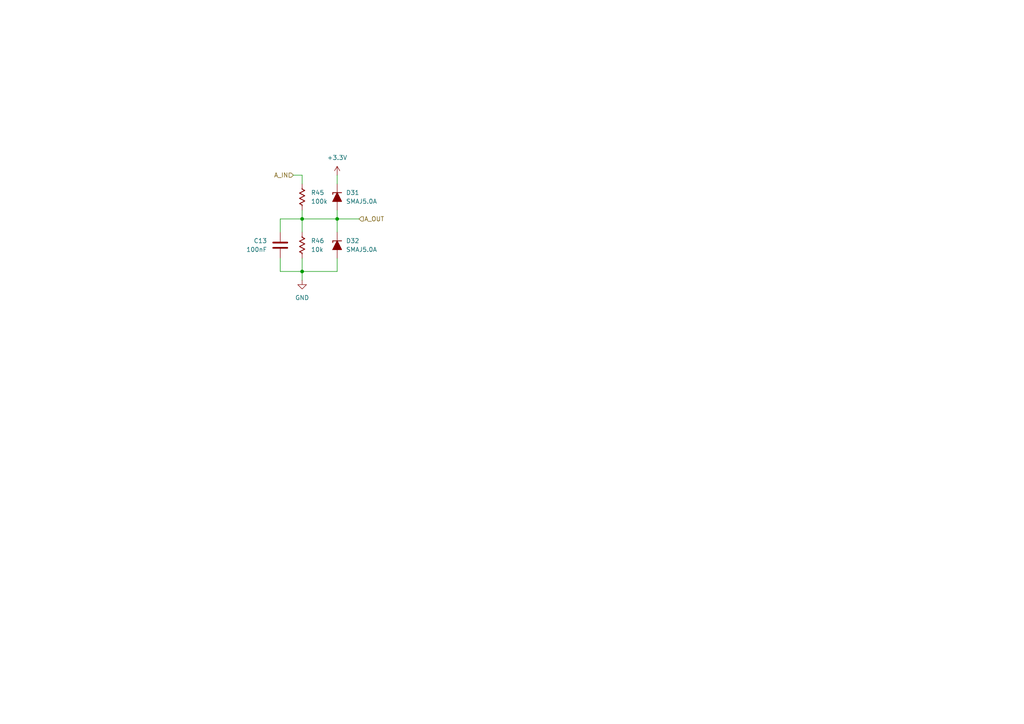
<source format=kicad_sch>
(kicad_sch (version 20250114) (generator "eeschema") (generator_version "9.0")
  (paper "A4")
  (lib_symbols
    (symbol "EasyEDA:+3.3V" (power) (pin_numbers (hide yes)) (pin_names (offset 0) (hide yes))
      (property "Value" "+3.3V" (at 0 3.556 0))
      (symbol "+3.3V_0_1"
        (polyline (pts (xy -0.762 1.27) (xy 0 2.54)))
        (polyline (pts (xy 0 2.54) (xy 0.762 1.27)))
        (polyline (pts (xy 0 0) (xy 0 2.54)))
      )
      (symbol "+3.3V_1_1"
        (pin power_in line (at 0 0 90) (length 0) (name "~") (number "1"))
      )
    )
    (symbol "EasyEDA:C_0603" (pin_numbers (hide yes)) (pin_names (offset 0.254))
      (property "Reference" "C" (at 0.635 2.54 0))
      (property "Value" "C_0603" (at 0.635 -2.54 0))
      (symbol "C_0603_0_1"
        (polyline (pts (xy -2.032 0.762) (xy 2.032 0.762)) (stroke (width 0.508)))
        (polyline (pts (xy -2.032 -0.762) (xy 2.032 -0.762)) (stroke (width 0.508)))
      )
      (symbol "C_0603_0_2"
        (polyline (pts (xy -2.54 -2.54) (xy -0.381 -0.381)))
        (polyline (pts (xy -0.508 -0.508) (xy -1.651 0.635)) (stroke (width 0.508)))
        (polyline (pts (xy -0.508 -0.508) (xy 0.635 -1.651)) (stroke (width 0.508)))
        (polyline (pts (xy 0.381 0.381) (xy 2.54 2.54)))
        (polyline (pts (xy 0.508 0.508) (xy -0.635 1.651)) (stroke (width 0.508)))
        (polyline (pts (xy 0.508 0.508) (xy 1.651 -0.635)) (stroke (width 0.508)))
      )
      (symbol "C_0603_1_1"
        (pin passive line (at 0 3.81 270) (length 2.794) (name "~") (number "1"))
        (pin passive line (at 0 -3.81 90) (length 2.794) (name "~") (number "2"))
      )
      (symbol "C_0603_1_2"
        (pin passive line (at -2.54 -2.54 90) (length 0) (name "~") (number "2"))
        (pin passive line (at 2.54 2.54 270) (length 0) (name "~") (number "1"))
      )
    )
    (symbol "EasyEDA:GND" (power) (pin_numbers (hide yes)) (pin_names (offset 0) (hide yes))
      (property "Value" "GND" (at 0 -3.81 0))
      (symbol "GND_0_1"
        (polyline (pts (xy 0 0) (xy 0 -1.27) (xy 1.27 -1.27) (xy 0 -2.54) (xy -1.27 -1.27) (xy 0 -1.27)))
      )
      (symbol "GND_1_1"
        (pin power_in line (at 0 0 270) (length 0) (name "~") (number "1"))
      )
    )
    (symbol "EasyEDA:R_0603" (pin_numbers (hide yes)) (pin_names (offset 0))
      (property "Reference" "R" (at 2.54 1.27 0))
      (property "Value" "R_0603" (at 2.54 -1.27 0))
      (symbol "R_0603_0_1"
        (polyline (pts (xy 0 2.286) (xy 0 2.54)) (stroke (width 0.254)))
        (polyline (pts (xy 0 2.286) (xy 0.762 1.905) (xy -0.762 1.143) (xy 0 0.762) (xy 0.762 0.381) (xy 0 0) (xy -0.762 -0.381) (xy 0 -0.762) (xy 0.762 -1.143) (xy 0 -1.524) (xy -0.762 -1.905) (xy 0 -2.286)) (stroke (width 0.254)))
        (polyline (pts (xy 0 -2.286) (xy 0 -2.54)) (stroke (width 0.254)))
      )
      (symbol "R_0603_0_2"
        (polyline (pts (xy -2.54 -2.54) (xy -1.778 -1.778)))
        (polyline (pts (xy -1.778 -1.778) (xy -1.524 -1.524)) (stroke (width 0.254)))
        (polyline (pts (xy -1.524 -1.524) (xy -1.778 -0.762) (xy -1.016 -1.016)) (stroke (width 0.254)))
        (polyline (pts (xy -0.508 -0.508) (xy -0.762 0.254) (xy 0 0)) (stroke (width 0.254)))
        (polyline (pts (xy -0.508 -0.508) (xy -0.254 -1.27) (xy -1.016 -1.016)) (stroke (width 0.254)))
        (polyline (pts (xy 0.508 0.508) (xy 0.254 1.27) (xy 1.016 1.016)) (stroke (width 0.254)))
        (polyline (pts (xy 0.508 0.508) (xy 0.762 -0.254) (xy 0 0)) (stroke (width 0.254)))
        (polyline (pts (xy 1.524 1.524) (xy 1.778 0.762) (xy 1.016 1.016)) (stroke (width 0.254)))
        (polyline (pts (xy 1.778 1.778) (xy 1.524 1.524)) (stroke (width 0.254)))
        (polyline (pts (xy 1.778 1.778) (xy 2.54 2.54)))
      )
      (symbol "R_0603_1_1"
        (pin passive line (at 0 3.81 270) (length 1.27) (name "~") (number "1"))
        (pin passive line (at 0 -3.81 90) (length 1.27) (name "~") (number "2"))
      )
      (symbol "R_0603_1_2"
        (pin passive line (at -2.54 -2.54 0) (length 0) (name "") (number "2"))
        (pin passive line (at 2.54 2.54 180) (length 0) (name "") (number "1"))
      )
    )
    (symbol "EasyEDA:SMAJ5.0A" (pin_numbers (hide yes)) (pin_names (offset 1.016) (hide yes))
      (property "Reference" "D" (at 0 5.08 0))
      (property "Value" "SMAJ5.0A" (at 0 2.54 0))
      (symbol "SMAJ5.0A_0_1"
        (polyline (pts (xy -1.27 1.27) (xy -1.27 -1.27) (xy 1.27 0) (xy -1.27 1.27)) (stroke (width 0.254)) (fill (type outline)))
        (polyline (pts (xy -1.27 0) (xy 1.27 0)))
        (polyline (pts (xy 1.27 1.27) (xy 0.762 1.27)) (stroke (width 0.254)))
        (polyline (pts (xy 1.27 -1.27) (xy 1.27 1.27)) (stroke (width 0.254)))
      )
      (symbol "SMAJ5.0A_0_2"
        (polyline (pts (xy -2.54 -2.54) (xy 2.54 2.54)))
        (polyline (pts (xy -0.889 -0.889) (xy -1.778 0) (xy 0.889 0.889) (xy 0 -1.778) (xy -0.889 -0.889)) (stroke (width 0.254)) (fill (type outline)))
        (polyline (pts (xy 0 1.778) (xy -0.381 1.397)) (stroke (width 0.254)))
        (polyline (pts (xy 0 1.778) (xy 1.778 0)) (stroke (width 0.254)))
      )
      (symbol "SMAJ5.0A_1_1"
        (pin passive line (at -3.81 0 0) (length 2.54) (name "A") (number "2"))
        (pin passive line (at 3.81 0 180) (length 2.54) (name "K") (number "1"))
      )
      (symbol "SMAJ5.0A_1_2"
        (pin passive line (at -2.54 -2.54 0) (length 0) (name "A") (number "2"))
        (pin passive line (at 2.54 2.54 180) (length 0) (name "K") (number "1"))
      )
    )
  )
  (junction (at 87.63 78.74))
  (junction (at 97.79 63.5))
  (junction (at 87.63 63.5))
  (wire (pts (xy 85.09 50.8) (xy 87.63 50.8)))
  (wire (pts (xy 97.79 50.8) (xy 97.79 53.34)))
  (wire (pts (xy 97.79 60.96) (xy 97.79 63.5)))
  (wire (pts (xy 87.63 63.5) (xy 97.79 63.5)))
  (wire (pts (xy 87.63 81.28) (xy 87.63 78.74)))
  (wire (pts (xy 87.63 60.96) (xy 87.63 63.5)))
  (wire (pts (xy 87.63 74.93) (xy 87.63 78.74)))
  (wire (pts (xy 97.79 74.93) (xy 97.79 78.74)))
  (wire (pts (xy 97.79 63.5) (xy 104.14 63.5)))
  (wire (pts (xy 87.63 63.5) (xy 87.63 67.31)))
  (wire (pts (xy 81.28 78.74) (xy 87.63 78.74)))
  (wire (pts (xy 87.63 50.8) (xy 87.63 53.34)))
  (wire (pts (xy 81.28 67.31) (xy 81.28 63.5)))
  (wire (pts (xy 81.28 74.93) (xy 81.28 78.74)))
  (wire (pts (xy 81.28 63.5) (xy 87.63 63.5)))
  (wire (pts (xy 97.79 63.5) (xy 97.79 67.31)))
  (wire (pts (xy 97.79 78.74) (xy 87.63 78.74)))
  (hierarchical_label "A_IN" (shape input) (at 85.09 50.8 180))
  (hierarchical_label "A_OUT" (shape input) (at 104.14 63.5 0))
  (symbol (lib_id "EasyEDA:GND") (at 87.63 81.28 0) (unit 1)
    (property "Reference" "#PWR070" (effects (hide yes)))
    (property "Value" "GND" (at 87.63 86.36 0))
    (property "Description" "Power symbol creates a global label with name \"GND\" , ground" (effects (hide yes)))
  )
  (symbol (lib_id "EasyEDA:SMAJ5.0A") (at 97.79 57.15 90) (unit 1)
    (property "Reference" "D31" (at 100.33 55.8799 90) (effects (justify right)))
    (property "Value" "SMAJ5.0A" (at 100.33 58.4199 90) (effects (justify right)))
    (property "Footprint" "PCM_Diode_SMD_AKL:D_SMA" (effects (hide yes)))
    (property "Datasheet" "https://www.tme.eu/Document/dbc72d81c249fe51b6ab42300e8e06d0/SMAJ_ser.pdf" (effects (hide yes)))
    (property "Description" "SMA Unidirectional TVS diode, 5V, 400W, Alternate KiCAD Library" (effects (hide yes)))
  )
  (symbol (lib_id "EasyEDA:+3.3V") (at 97.79 50.8 0) (unit 1)
    (property "Reference" "#PWR071" (effects (hide yes)))
    (property "Value" "+3.3V" (at 97.79 45.72 0))
    (property "Description" "Power symbol creates a global label with name \"+3.3V\"" (effects (hide yes)))
  )
  (symbol (lib_id "EasyEDA:R_0603") (at 87.63 57.15 180) (unit 1)
    (property "Reference" "R45" (at 90.17 55.8799 0) (effects (justify right)))
    (property "Value" "100k" (at 90.17 58.4199 0) (effects (justify right)))
    (property "Footprint" "PCM_Resistor_SMD_AKL:R_0603_1608Metric" (effects (hide yes)))
    (property "Description" "SMD 0603 Chip Resistor, US Symbol, Alternate KiCad Library" (effects (hide yes)))
  )
  (symbol (lib_id "EasyEDA:SMAJ5.0A") (at 97.79 71.12 90) (unit 1)
    (property "Reference" "D32" (at 100.33 69.8499 90) (effects (justify right)))
    (property "Value" "SMAJ5.0A" (at 100.33 72.3899 90) (effects (justify right)))
    (property "Footprint" "PCM_Diode_SMD_AKL:D_SMA" (effects (hide yes)))
    (property "Datasheet" "https://www.tme.eu/Document/dbc72d81c249fe51b6ab42300e8e06d0/SMAJ_ser.pdf" (effects (hide yes)))
    (property "Description" "SMA Unidirectional TVS diode, 5V, 400W, Alternate KiCAD Library" (effects (hide yes)))
  )
  (symbol (lib_id "EasyEDA:R_0603") (at 87.63 71.12 180) (unit 1)
    (property "Reference" "R46" (at 90.17 69.8499 0) (effects (justify right)))
    (property "Value" "10k" (at 90.17 72.3899 0) (effects (justify right)))
    (property "Footprint" "PCM_Resistor_SMD_AKL:R_0603_1608Metric" (effects (hide yes)))
    (property "Description" "SMD 0603 Chip Resistor, US Symbol, Alternate KiCad Library" (effects (hide yes)))
  )
  (symbol (lib_id "EasyEDA:C_0603") (at 81.28 71.12 0) (mirror y) (unit 1)
    (property "Reference" "C13" (at 77.47 69.8499 0) (effects (justify left)))
    (property "Value" "100nF" (at 77.47 72.3899 0) (effects (justify left)))
    (property "Footprint" "PCM_Capacitor_SMD_AKL:C_0603_1608Metric" (effects (hide yes)))
    (property "Description" "SMD 0603 MLCC capacitor, Alternate KiCad Library" (effects (hide yes)))
    (property "Voltage" "10V" (effects (hide yes)))
  )
)
</source>
